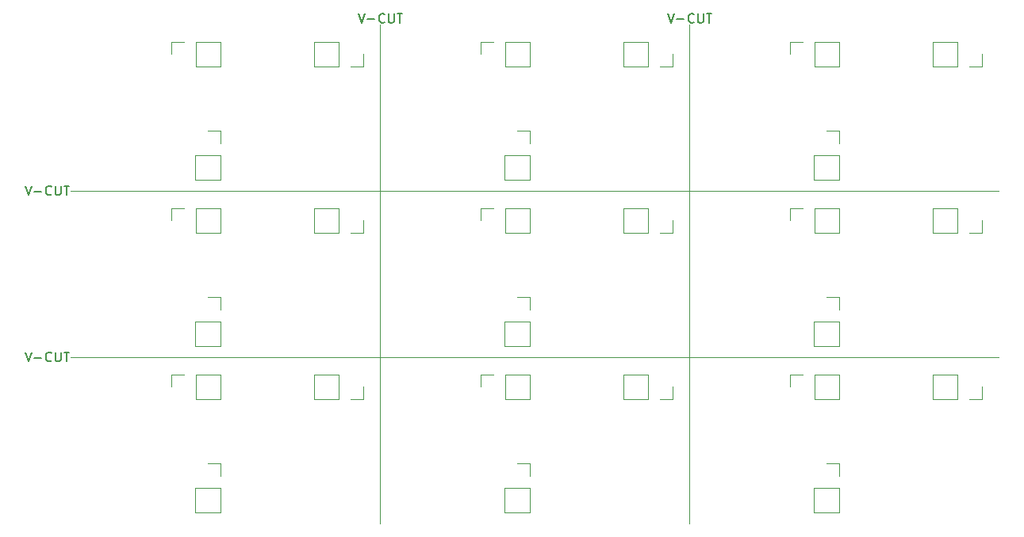
<source format=gbo>
G04 #@! TF.GenerationSoftware,KiCad,Pcbnew,(5.1.6)-1*
G04 #@! TF.CreationDate,2020-06-03T07:58:37+09:00*
G04 #@! TF.ProjectId,AND___,414e4462-d851-42e6-9b69-6361645f7063,rev?*
G04 #@! TF.SameCoordinates,Original*
G04 #@! TF.FileFunction,Legend,Bot*
G04 #@! TF.FilePolarity,Positive*
%FSLAX46Y46*%
G04 Gerber Fmt 4.6, Leading zero omitted, Abs format (unit mm)*
G04 Created by KiCad (PCBNEW (5.1.6)-1) date 2020-06-03 07:58:37*
%MOMM*%
%LPD*%
G01*
G04 APERTURE LIST*
%ADD10C,0.150000*%
%ADD11C,0.120000*%
G04 APERTURE END LIST*
D10*
X56697857Y-103592380D02*
X57031190Y-104592380D01*
X57364523Y-103592380D01*
X57697857Y-104211428D02*
X58459761Y-104211428D01*
X59507380Y-104497142D02*
X59459761Y-104544761D01*
X59316904Y-104592380D01*
X59221666Y-104592380D01*
X59078809Y-104544761D01*
X58983571Y-104449523D01*
X58935952Y-104354285D01*
X58888333Y-104163809D01*
X58888333Y-104020952D01*
X58935952Y-103830476D01*
X58983571Y-103735238D01*
X59078809Y-103640000D01*
X59221666Y-103592380D01*
X59316904Y-103592380D01*
X59459761Y-103640000D01*
X59507380Y-103687619D01*
X59935952Y-103592380D02*
X59935952Y-104401904D01*
X59983571Y-104497142D01*
X60031190Y-104544761D01*
X60126428Y-104592380D01*
X60316904Y-104592380D01*
X60412142Y-104544761D01*
X60459761Y-104497142D01*
X60507380Y-104401904D01*
X60507380Y-103592380D01*
X60840714Y-103592380D02*
X61412142Y-103592380D01*
X61126428Y-104592380D02*
X61126428Y-103592380D01*
X56697857Y-85812380D02*
X57031190Y-86812380D01*
X57364523Y-85812380D01*
X57697857Y-86431428D02*
X58459761Y-86431428D01*
X59507380Y-86717142D02*
X59459761Y-86764761D01*
X59316904Y-86812380D01*
X59221666Y-86812380D01*
X59078809Y-86764761D01*
X58983571Y-86669523D01*
X58935952Y-86574285D01*
X58888333Y-86383809D01*
X58888333Y-86240952D01*
X58935952Y-86050476D01*
X58983571Y-85955238D01*
X59078809Y-85860000D01*
X59221666Y-85812380D01*
X59316904Y-85812380D01*
X59459761Y-85860000D01*
X59507380Y-85907619D01*
X59935952Y-85812380D02*
X59935952Y-86621904D01*
X59983571Y-86717142D01*
X60031190Y-86764761D01*
X60126428Y-86812380D01*
X60316904Y-86812380D01*
X60412142Y-86764761D01*
X60459761Y-86717142D01*
X60507380Y-86621904D01*
X60507380Y-85812380D01*
X60840714Y-85812380D02*
X61412142Y-85812380D01*
X61126428Y-86812380D02*
X61126428Y-85812380D01*
X125277857Y-67397380D02*
X125611190Y-68397380D01*
X125944523Y-67397380D01*
X126277857Y-68016428D02*
X127039761Y-68016428D01*
X128087380Y-68302142D02*
X128039761Y-68349761D01*
X127896904Y-68397380D01*
X127801666Y-68397380D01*
X127658809Y-68349761D01*
X127563571Y-68254523D01*
X127515952Y-68159285D01*
X127468333Y-67968809D01*
X127468333Y-67825952D01*
X127515952Y-67635476D01*
X127563571Y-67540238D01*
X127658809Y-67445000D01*
X127801666Y-67397380D01*
X127896904Y-67397380D01*
X128039761Y-67445000D01*
X128087380Y-67492619D01*
X128515952Y-67397380D02*
X128515952Y-68206904D01*
X128563571Y-68302142D01*
X128611190Y-68349761D01*
X128706428Y-68397380D01*
X128896904Y-68397380D01*
X128992142Y-68349761D01*
X129039761Y-68302142D01*
X129087380Y-68206904D01*
X129087380Y-67397380D01*
X129420714Y-67397380D02*
X129992142Y-67397380D01*
X129706428Y-68397380D02*
X129706428Y-67397380D01*
X92257857Y-67397380D02*
X92591190Y-68397380D01*
X92924523Y-67397380D01*
X93257857Y-68016428D02*
X94019761Y-68016428D01*
X95067380Y-68302142D02*
X95019761Y-68349761D01*
X94876904Y-68397380D01*
X94781666Y-68397380D01*
X94638809Y-68349761D01*
X94543571Y-68254523D01*
X94495952Y-68159285D01*
X94448333Y-67968809D01*
X94448333Y-67825952D01*
X94495952Y-67635476D01*
X94543571Y-67540238D01*
X94638809Y-67445000D01*
X94781666Y-67397380D01*
X94876904Y-67397380D01*
X95019761Y-67445000D01*
X95067380Y-67492619D01*
X95495952Y-67397380D02*
X95495952Y-68206904D01*
X95543571Y-68302142D01*
X95591190Y-68349761D01*
X95686428Y-68397380D01*
X95876904Y-68397380D01*
X95972142Y-68349761D01*
X96019761Y-68302142D01*
X96067380Y-68206904D01*
X96067380Y-67397380D01*
X96400714Y-67397380D02*
X96972142Y-67397380D01*
X96686428Y-68397380D02*
X96686428Y-67397380D01*
D11*
X61595000Y-104140000D02*
X160655000Y-104140000D01*
X160655000Y-86360000D02*
X61595000Y-86360000D01*
X127635000Y-121920000D02*
X127635000Y-68580000D01*
X94615000Y-68580000D02*
X94615000Y-121920000D01*
X158810000Y-108610000D02*
X158810000Y-107280000D01*
X157480000Y-108610000D02*
X158810000Y-108610000D01*
X156210000Y-108610000D02*
X156210000Y-105950000D01*
X156210000Y-105950000D02*
X153610000Y-105950000D01*
X156210000Y-108610000D02*
X153610000Y-108610000D01*
X153610000Y-108610000D02*
X153610000Y-105950000D01*
X125790000Y-108610000D02*
X125790000Y-107280000D01*
X124460000Y-108610000D02*
X125790000Y-108610000D01*
X123190000Y-108610000D02*
X123190000Y-105950000D01*
X123190000Y-105950000D02*
X120590000Y-105950000D01*
X123190000Y-108610000D02*
X120590000Y-108610000D01*
X120590000Y-108610000D02*
X120590000Y-105950000D01*
X92770000Y-108610000D02*
X92770000Y-107280000D01*
X91440000Y-108610000D02*
X92770000Y-108610000D01*
X90170000Y-108610000D02*
X90170000Y-105950000D01*
X90170000Y-105950000D02*
X87570000Y-105950000D01*
X90170000Y-108610000D02*
X87570000Y-108610000D01*
X87570000Y-108610000D02*
X87570000Y-105950000D01*
X158810000Y-90830000D02*
X158810000Y-89500000D01*
X157480000Y-90830000D02*
X158810000Y-90830000D01*
X156210000Y-90830000D02*
X156210000Y-88170000D01*
X156210000Y-88170000D02*
X153610000Y-88170000D01*
X156210000Y-90830000D02*
X153610000Y-90830000D01*
X153610000Y-90830000D02*
X153610000Y-88170000D01*
X125790000Y-90830000D02*
X125790000Y-89500000D01*
X124460000Y-90830000D02*
X125790000Y-90830000D01*
X123190000Y-90830000D02*
X123190000Y-88170000D01*
X123190000Y-88170000D02*
X120590000Y-88170000D01*
X123190000Y-90830000D02*
X120590000Y-90830000D01*
X120590000Y-90830000D02*
X120590000Y-88170000D01*
X92770000Y-90830000D02*
X92770000Y-89500000D01*
X91440000Y-90830000D02*
X92770000Y-90830000D01*
X90170000Y-90830000D02*
X90170000Y-88170000D01*
X90170000Y-88170000D02*
X87570000Y-88170000D01*
X90170000Y-90830000D02*
X87570000Y-90830000D01*
X87570000Y-90830000D02*
X87570000Y-88170000D01*
X158810000Y-73050000D02*
X158810000Y-71720000D01*
X157480000Y-73050000D02*
X158810000Y-73050000D01*
X156210000Y-73050000D02*
X156210000Y-70390000D01*
X156210000Y-70390000D02*
X153610000Y-70390000D01*
X156210000Y-73050000D02*
X153610000Y-73050000D01*
X153610000Y-73050000D02*
X153610000Y-70390000D01*
X125790000Y-73050000D02*
X125790000Y-71720000D01*
X124460000Y-73050000D02*
X125790000Y-73050000D01*
X123190000Y-73050000D02*
X123190000Y-70390000D01*
X123190000Y-70390000D02*
X120590000Y-70390000D01*
X123190000Y-73050000D02*
X120590000Y-73050000D01*
X120590000Y-73050000D02*
X120590000Y-70390000D01*
X143570000Y-105950000D02*
X143570000Y-108610000D01*
X140970000Y-105950000D02*
X143570000Y-105950000D01*
X140970000Y-108610000D02*
X143570000Y-108610000D01*
X140970000Y-105950000D02*
X140970000Y-108610000D01*
X139700000Y-105950000D02*
X138370000Y-105950000D01*
X138370000Y-105950000D02*
X138370000Y-107280000D01*
X110550000Y-105950000D02*
X110550000Y-108610000D01*
X107950000Y-105950000D02*
X110550000Y-105950000D01*
X107950000Y-108610000D02*
X110550000Y-108610000D01*
X107950000Y-105950000D02*
X107950000Y-108610000D01*
X106680000Y-105950000D02*
X105350000Y-105950000D01*
X105350000Y-105950000D02*
X105350000Y-107280000D01*
X77530000Y-105950000D02*
X77530000Y-108610000D01*
X74930000Y-105950000D02*
X77530000Y-105950000D01*
X74930000Y-108610000D02*
X77530000Y-108610000D01*
X74930000Y-105950000D02*
X74930000Y-108610000D01*
X73660000Y-105950000D02*
X72330000Y-105950000D01*
X72330000Y-105950000D02*
X72330000Y-107280000D01*
X143570000Y-88170000D02*
X143570000Y-90830000D01*
X140970000Y-88170000D02*
X143570000Y-88170000D01*
X140970000Y-90830000D02*
X143570000Y-90830000D01*
X140970000Y-88170000D02*
X140970000Y-90830000D01*
X139700000Y-88170000D02*
X138370000Y-88170000D01*
X138370000Y-88170000D02*
X138370000Y-89500000D01*
X110550000Y-88170000D02*
X110550000Y-90830000D01*
X107950000Y-88170000D02*
X110550000Y-88170000D01*
X107950000Y-90830000D02*
X110550000Y-90830000D01*
X107950000Y-88170000D02*
X107950000Y-90830000D01*
X106680000Y-88170000D02*
X105350000Y-88170000D01*
X105350000Y-88170000D02*
X105350000Y-89500000D01*
X77530000Y-88170000D02*
X77530000Y-90830000D01*
X74930000Y-88170000D02*
X77530000Y-88170000D01*
X74930000Y-90830000D02*
X77530000Y-90830000D01*
X74930000Y-88170000D02*
X74930000Y-90830000D01*
X73660000Y-88170000D02*
X72330000Y-88170000D01*
X72330000Y-88170000D02*
X72330000Y-89500000D01*
X143570000Y-70390000D02*
X143570000Y-73050000D01*
X140970000Y-70390000D02*
X143570000Y-70390000D01*
X140970000Y-73050000D02*
X143570000Y-73050000D01*
X140970000Y-70390000D02*
X140970000Y-73050000D01*
X139700000Y-70390000D02*
X138370000Y-70390000D01*
X138370000Y-70390000D02*
X138370000Y-71720000D01*
X110550000Y-70390000D02*
X110550000Y-73050000D01*
X107950000Y-70390000D02*
X110550000Y-70390000D01*
X107950000Y-73050000D02*
X110550000Y-73050000D01*
X107950000Y-70390000D02*
X107950000Y-73050000D01*
X106680000Y-70390000D02*
X105350000Y-70390000D01*
X105350000Y-70390000D02*
X105350000Y-71720000D01*
X143570000Y-120710000D02*
X140910000Y-120710000D01*
X143570000Y-118110000D02*
X143570000Y-120710000D01*
X140910000Y-118110000D02*
X140910000Y-120710000D01*
X143570000Y-118110000D02*
X140910000Y-118110000D01*
X143570000Y-116840000D02*
X143570000Y-115510000D01*
X143570000Y-115510000D02*
X142240000Y-115510000D01*
X110550000Y-120710000D02*
X107890000Y-120710000D01*
X110550000Y-118110000D02*
X110550000Y-120710000D01*
X107890000Y-118110000D02*
X107890000Y-120710000D01*
X110550000Y-118110000D02*
X107890000Y-118110000D01*
X110550000Y-116840000D02*
X110550000Y-115510000D01*
X110550000Y-115510000D02*
X109220000Y-115510000D01*
X77530000Y-120710000D02*
X74870000Y-120710000D01*
X77530000Y-118110000D02*
X77530000Y-120710000D01*
X74870000Y-118110000D02*
X74870000Y-120710000D01*
X77530000Y-118110000D02*
X74870000Y-118110000D01*
X77530000Y-116840000D02*
X77530000Y-115510000D01*
X77530000Y-115510000D02*
X76200000Y-115510000D01*
X143570000Y-102930000D02*
X140910000Y-102930000D01*
X143570000Y-100330000D02*
X143570000Y-102930000D01*
X140910000Y-100330000D02*
X140910000Y-102930000D01*
X143570000Y-100330000D02*
X140910000Y-100330000D01*
X143570000Y-99060000D02*
X143570000Y-97730000D01*
X143570000Y-97730000D02*
X142240000Y-97730000D01*
X110550000Y-102930000D02*
X107890000Y-102930000D01*
X110550000Y-100330000D02*
X110550000Y-102930000D01*
X107890000Y-100330000D02*
X107890000Y-102930000D01*
X110550000Y-100330000D02*
X107890000Y-100330000D01*
X110550000Y-99060000D02*
X110550000Y-97730000D01*
X110550000Y-97730000D02*
X109220000Y-97730000D01*
X77530000Y-102930000D02*
X74870000Y-102930000D01*
X77530000Y-100330000D02*
X77530000Y-102930000D01*
X74870000Y-100330000D02*
X74870000Y-102930000D01*
X77530000Y-100330000D02*
X74870000Y-100330000D01*
X77530000Y-99060000D02*
X77530000Y-97730000D01*
X77530000Y-97730000D02*
X76200000Y-97730000D01*
X143570000Y-85150000D02*
X140910000Y-85150000D01*
X143570000Y-82550000D02*
X143570000Y-85150000D01*
X140910000Y-82550000D02*
X140910000Y-85150000D01*
X143570000Y-82550000D02*
X140910000Y-82550000D01*
X143570000Y-81280000D02*
X143570000Y-79950000D01*
X143570000Y-79950000D02*
X142240000Y-79950000D01*
X110550000Y-85150000D02*
X107890000Y-85150000D01*
X110550000Y-82550000D02*
X110550000Y-85150000D01*
X107890000Y-82550000D02*
X107890000Y-85150000D01*
X110550000Y-82550000D02*
X107890000Y-82550000D01*
X110550000Y-81280000D02*
X110550000Y-79950000D01*
X110550000Y-79950000D02*
X109220000Y-79950000D01*
X72330000Y-70390000D02*
X72330000Y-71720000D01*
X73660000Y-70390000D02*
X72330000Y-70390000D01*
X74930000Y-70390000D02*
X74930000Y-73050000D01*
X74930000Y-73050000D02*
X77530000Y-73050000D01*
X74930000Y-70390000D02*
X77530000Y-70390000D01*
X77530000Y-70390000D02*
X77530000Y-73050000D01*
X77530000Y-79950000D02*
X76200000Y-79950000D01*
X77530000Y-81280000D02*
X77530000Y-79950000D01*
X77530000Y-82550000D02*
X74870000Y-82550000D01*
X74870000Y-82550000D02*
X74870000Y-85150000D01*
X77530000Y-82550000D02*
X77530000Y-85150000D01*
X77530000Y-85150000D02*
X74870000Y-85150000D01*
X87570000Y-73050000D02*
X87570000Y-70390000D01*
X90170000Y-73050000D02*
X87570000Y-73050000D01*
X90170000Y-70390000D02*
X87570000Y-70390000D01*
X90170000Y-73050000D02*
X90170000Y-70390000D01*
X91440000Y-73050000D02*
X92770000Y-73050000D01*
X92770000Y-73050000D02*
X92770000Y-71720000D01*
M02*

</source>
